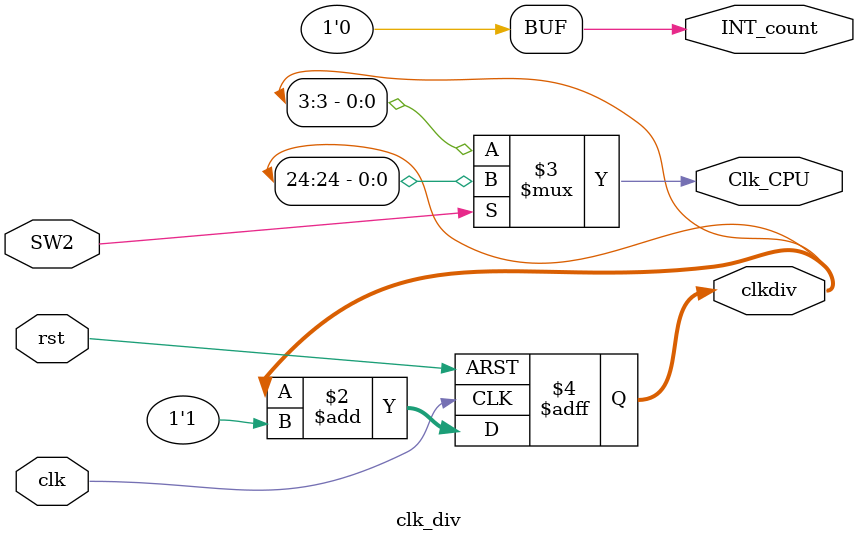
<source format=v>
`timescale 1ns / 1ps
module clk_div(input clk,
					input rst,
					input SW2,
					output reg[31:0]clkdiv,
					output Clk_CPU,
					output INT_count
					);
					
// Clock divider-ʱ�ӷ�Ƶ��


	always @ (posedge clk or posedge rst) begin 
		if (rst) clkdiv <= 0; else clkdiv <= clkdiv + 1'b1; end
		
	assign Clk_CPU=(SW2)? clkdiv[24] : clkdiv[3];
//	assign INT_count=clkdiv[28];
	assign INT_count=0;
	
endmodule

</source>
